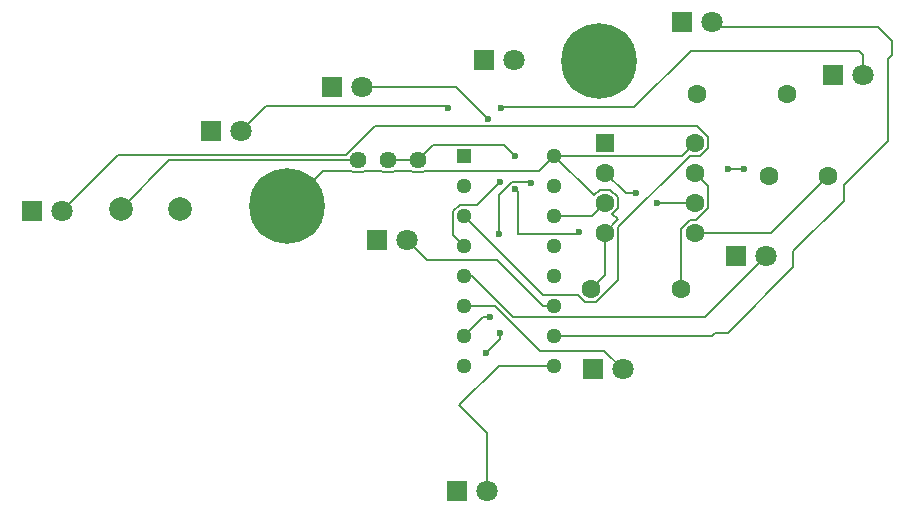
<source format=gbr>
%TF.GenerationSoftware,KiCad,Pcbnew,9.0.6*%
%TF.CreationDate,2025-12-24T22:30:16+00:00*%
%TF.ProjectId,555 Chaser,35353520-4368-4617-9365-722e6b696361,rev?*%
%TF.SameCoordinates,Original*%
%TF.FileFunction,Copper,L1,Top*%
%TF.FilePolarity,Positive*%
%FSLAX46Y46*%
G04 Gerber Fmt 4.6, Leading zero omitted, Abs format (unit mm)*
G04 Created by KiCad (PCBNEW 9.0.6) date 2025-12-24 22:30:16*
%MOMM*%
%LPD*%
G01*
G04 APERTURE LIST*
G04 Aperture macros list*
%AMRoundRect*
0 Rectangle with rounded corners*
0 $1 Rounding radius*
0 $2 $3 $4 $5 $6 $7 $8 $9 X,Y pos of 4 corners*
0 Add a 4 corners polygon primitive as box body*
4,1,4,$2,$3,$4,$5,$6,$7,$8,$9,$2,$3,0*
0 Add four circle primitives for the rounded corners*
1,1,$1+$1,$2,$3*
1,1,$1+$1,$4,$5*
1,1,$1+$1,$6,$7*
1,1,$1+$1,$8,$9*
0 Add four rect primitives between the rounded corners*
20,1,$1+$1,$2,$3,$4,$5,0*
20,1,$1+$1,$4,$5,$6,$7,0*
20,1,$1+$1,$6,$7,$8,$9,0*
20,1,$1+$1,$8,$9,$2,$3,0*%
G04 Aperture macros list end*
%TA.AperFunction,ComponentPad*%
%ADD10C,6.400000*%
%TD*%
%TA.AperFunction,ComponentPad*%
%ADD11R,1.295400X1.295400*%
%TD*%
%TA.AperFunction,ComponentPad*%
%ADD12C,1.295400*%
%TD*%
%TA.AperFunction,ComponentPad*%
%ADD13RoundRect,0.250000X-0.550000X-0.550000X0.550000X-0.550000X0.550000X0.550000X-0.550000X0.550000X0*%
%TD*%
%TA.AperFunction,ComponentPad*%
%ADD14C,1.600000*%
%TD*%
%TA.AperFunction,ComponentPad*%
%ADD15C,1.440000*%
%TD*%
%TA.AperFunction,ComponentPad*%
%ADD16R,1.800000X1.800000*%
%TD*%
%TA.AperFunction,ComponentPad*%
%ADD17C,1.800000*%
%TD*%
%TA.AperFunction,ComponentPad*%
%ADD18C,2.000000*%
%TD*%
%TA.AperFunction,ViaPad*%
%ADD19C,0.600000*%
%TD*%
%TA.AperFunction,Conductor*%
%ADD20C,0.200000*%
%TD*%
G04 APERTURE END LIST*
D10*
%TO.P,H2,1,1*%
%TO.N,GND*%
X97000000Y-46000000D03*
%TD*%
D11*
%TO.P,U2,1,Q5*%
%TO.N,Net-(D6-A)*%
X85590000Y-54010000D03*
D12*
%TO.P,U2,2,Q1*%
%TO.N,Net-(D2-A)*%
X85590000Y-56550000D03*
%TO.P,U2,3,Q0*%
%TO.N,Net-(D1-A)*%
X85590000Y-59090000D03*
%TO.P,U2,4,Q2*%
%TO.N,Net-(D3-A)*%
X85590000Y-61630000D03*
%TO.P,U2,5,Q6*%
%TO.N,Net-(D7-A)*%
X85590000Y-64170000D03*
%TO.P,U2,6,Q7*%
%TO.N,Net-(D8-A)*%
X85590000Y-66710000D03*
%TO.P,U2,7,Q3*%
%TO.N,Net-(D4-A)*%
X85590000Y-69250000D03*
%TO.P,U2,8,VSS*%
%TO.N,GND*%
X85590000Y-71790000D03*
%TO.P,U2,9,Q8*%
%TO.N,Net-(D9-A)*%
X93210000Y-71790000D03*
%TO.P,U2,10,Q4*%
%TO.N,Net-(D5-A)*%
X93210000Y-69250000D03*
%TO.P,U2,11,Q9*%
%TO.N,Net-(D10-A)*%
X93210000Y-66710000D03*
%TO.P,U2,12,Cout*%
%TO.N,unconnected-(U2-Cout-Pad12)*%
X93210000Y-64170000D03*
%TO.P,U2,13,CKEN*%
%TO.N,GND*%
X93210000Y-61630000D03*
%TO.P,U2,14,CLK*%
%TO.N,OUT*%
X93210000Y-59090000D03*
%TO.P,U2,15,Reset*%
%TO.N,GND*%
X93210000Y-56550000D03*
%TO.P,U2,16,VDD*%
%TO.N,+5V*%
X93210000Y-54010000D03*
%TD*%
D13*
%TO.P,U1,1,GND*%
%TO.N,GND*%
X97495000Y-52890000D03*
D14*
%TO.P,U1,2,TR*%
%TO.N,TR*%
X97495000Y-55430000D03*
%TO.P,U1,3,Q*%
%TO.N,OUT*%
X97495000Y-57970000D03*
%TO.P,U1,4,R*%
%TO.N,+5V*%
X97495000Y-60510000D03*
%TO.P,U1,5,CV*%
%TO.N,Net-(U1-CV)*%
X105115000Y-60510000D03*
%TO.P,U1,6,THR*%
%TO.N,TR*%
X105115000Y-57970000D03*
%TO.P,U1,7,DIS*%
%TO.N,Net-(U1-DIS)*%
X105115000Y-55430000D03*
%TO.P,U1,8,VCC*%
%TO.N,+5V*%
X105115000Y-52890000D03*
%TD*%
D15*
%TO.P,RV1,1,1*%
%TO.N,Net-(U1-DIS)*%
X81640000Y-54395000D03*
%TO.P,RV1,2,2*%
X79100000Y-54395000D03*
%TO.P,RV1,3,3*%
%TO.N,TR*%
X76560000Y-54395000D03*
%TD*%
D14*
%TO.P,R2,1*%
%TO.N,+5V*%
X96280000Y-65300000D03*
%TO.P,R2,2*%
%TO.N,Net-(U1-DIS)*%
X103900000Y-65300000D03*
%TD*%
%TO.P,R1,1*%
%TO.N,Net-(D1-K)*%
X105300000Y-48800000D03*
%TO.P,R1,2*%
%TO.N,GND*%
X112920000Y-48800000D03*
%TD*%
D10*
%TO.P,H1,1,1*%
%TO.N,+5V*%
X70600000Y-58300000D03*
%TD*%
D16*
%TO.P,D10,1,K*%
%TO.N,Net-(D1-K)*%
X78160000Y-61100000D03*
D17*
%TO.P,D10,2,A*%
%TO.N,Net-(D10-A)*%
X80700000Y-61100000D03*
%TD*%
D16*
%TO.P,D9,1,K*%
%TO.N,Net-(D1-K)*%
X85000000Y-82400000D03*
D17*
%TO.P,D9,2,A*%
%TO.N,Net-(D9-A)*%
X87540000Y-82400000D03*
%TD*%
D16*
%TO.P,D8,1,K*%
%TO.N,Net-(D1-K)*%
X96460000Y-72100000D03*
D17*
%TO.P,D8,2,A*%
%TO.N,Net-(D8-A)*%
X99000000Y-72100000D03*
%TD*%
D16*
%TO.P,D7,1,K*%
%TO.N,Net-(D1-K)*%
X108560000Y-62500000D03*
D17*
%TO.P,D7,2,A*%
%TO.N,Net-(D7-A)*%
X111100000Y-62500000D03*
%TD*%
D16*
%TO.P,D6,1,K*%
%TO.N,Net-(D1-K)*%
X116825000Y-47200000D03*
D17*
%TO.P,D6,2,A*%
%TO.N,Net-(D6-A)*%
X119365000Y-47200000D03*
%TD*%
D16*
%TO.P,D5,1,K*%
%TO.N,Net-(D1-K)*%
X104025000Y-42700000D03*
D17*
%TO.P,D5,2,A*%
%TO.N,Net-(D5-A)*%
X106565000Y-42700000D03*
%TD*%
D16*
%TO.P,D4,1,K*%
%TO.N,Net-(D1-K)*%
X87300000Y-45900000D03*
D17*
%TO.P,D4,2,A*%
%TO.N,Net-(D4-A)*%
X89840000Y-45900000D03*
%TD*%
D16*
%TO.P,D3,1,K*%
%TO.N,Net-(D1-K)*%
X74360000Y-48200000D03*
D17*
%TO.P,D3,2,A*%
%TO.N,Net-(D3-A)*%
X76900000Y-48200000D03*
%TD*%
D16*
%TO.P,D2,1,K*%
%TO.N,Net-(D1-K)*%
X64160000Y-51900000D03*
D17*
%TO.P,D2,2,A*%
%TO.N,Net-(D2-A)*%
X66700000Y-51900000D03*
%TD*%
D16*
%TO.P,D1,1,K*%
%TO.N,Net-(D1-K)*%
X49025000Y-58700000D03*
D17*
%TO.P,D1,2,A*%
%TO.N,Net-(D1-A)*%
X51565000Y-58700000D03*
%TD*%
D18*
%TO.P,C2,1*%
%TO.N,TR*%
X56500000Y-58500000D03*
%TO.P,C2,2*%
%TO.N,GND*%
X61500000Y-58500000D03*
%TD*%
D14*
%TO.P,C1,1*%
%TO.N,GND*%
X111400000Y-55700000D03*
%TO.P,C1,2*%
%TO.N,Net-(U1-CV)*%
X116400000Y-55700000D03*
%TD*%
D19*
%TO.N,Net-(D4-A)*%
X87800000Y-67700000D03*
X88500000Y-60600000D03*
X91200000Y-56300000D03*
%TO.N,Net-(D2-A)*%
X84200000Y-50000000D03*
%TO.N,Net-(D6-A)*%
X88700000Y-50000000D03*
%TO.N,Net-(U1-DIS)*%
X89900000Y-54000000D03*
X89900000Y-56800000D03*
X95300000Y-60500000D03*
%TO.N,Net-(D3-A)*%
X88600000Y-56200000D03*
X87600000Y-50900000D03*
%TO.N,TR*%
X101900000Y-58000000D03*
X100100000Y-57200000D03*
%TO.N,GND*%
X107900000Y-55100000D03*
X109300000Y-55100000D03*
X88600000Y-69000000D03*
X87400000Y-70700000D03*
%TD*%
D20*
%TO.N,Net-(D9-A)*%
X88490000Y-71790000D02*
X93210000Y-71790000D01*
X85180000Y-75100000D02*
X88490000Y-71790000D01*
X87540000Y-77460000D02*
X87540000Y-82400000D01*
X85180000Y-75100000D02*
X87540000Y-77460000D01*
%TO.N,Net-(D6-A)*%
X88800000Y-49900000D02*
X88700000Y-50000000D01*
X100000000Y-49900000D02*
X88800000Y-49900000D01*
X104800000Y-45100000D02*
X100000000Y-49900000D01*
X119000000Y-45100000D02*
X104800000Y-45100000D01*
X119365000Y-45465000D02*
X119000000Y-45100000D01*
X119365000Y-47200000D02*
X119365000Y-45465000D01*
%TO.N,Net-(D5-A)*%
X106550000Y-69250000D02*
X93210000Y-69250000D01*
X106800000Y-69000000D02*
X106550000Y-69250000D01*
X107878526Y-69000000D02*
X106800000Y-69000000D01*
X113452969Y-63425557D02*
X107878526Y-69000000D01*
X113452969Y-62047031D02*
X113452969Y-63425557D01*
X117700000Y-57800000D02*
X113452969Y-62047031D01*
X117700000Y-56500000D02*
X117700000Y-57800000D01*
X121443658Y-52756342D02*
X117700000Y-56500000D01*
X121443658Y-45856342D02*
X121443658Y-52756342D01*
X121800000Y-45500000D02*
X121443658Y-45856342D01*
X121800000Y-44300000D02*
X121800000Y-45500000D01*
X120600000Y-43100000D02*
X121800000Y-44300000D01*
X106965000Y-43100000D02*
X120600000Y-43100000D01*
X106565000Y-42700000D02*
X106965000Y-43100000D01*
%TO.N,Net-(D4-A)*%
X85590000Y-69250000D02*
X87140000Y-67700000D01*
X87140000Y-67700000D02*
X87800000Y-67700000D01*
X88500000Y-57350057D02*
X88500000Y-60600000D01*
X89651057Y-56199000D02*
X88500000Y-57350057D01*
X91099000Y-56199000D02*
X89651057Y-56199000D01*
X91200000Y-56300000D02*
X91099000Y-56199000D01*
%TO.N,Net-(D2-A)*%
X84000000Y-49800000D02*
X84200000Y-50000000D01*
X68800000Y-49800000D02*
X84000000Y-49800000D01*
X66700000Y-51900000D02*
X68800000Y-49800000D01*
%TO.N,OUT*%
X96375000Y-59090000D02*
X97495000Y-57970000D01*
X93210000Y-59090000D02*
X96375000Y-59090000D01*
%TO.N,+5V*%
X98111025Y-58911025D02*
X98602500Y-59402500D01*
X98600000Y-58422050D02*
X98111025Y-58911025D01*
X97951050Y-56869000D02*
X98600000Y-57517950D01*
X98600000Y-57517950D02*
X98600000Y-58422050D01*
X98602500Y-59402500D02*
X97495000Y-60510000D01*
X97038950Y-56869000D02*
X97951050Y-56869000D01*
X96553975Y-57353975D02*
X97038950Y-56869000D01*
X93210000Y-54010000D02*
X96553975Y-57353975D01*
%TO.N,Net-(U1-DIS)*%
X82973700Y-53061300D02*
X81640000Y-54395000D01*
X89900000Y-54000000D02*
X88961300Y-53061300D01*
X88961300Y-53061300D02*
X82973700Y-53061300D01*
X90100000Y-57000000D02*
X89900000Y-56800000D01*
X90100000Y-60600000D02*
X90100000Y-57000000D01*
X95200000Y-60600000D02*
X90100000Y-60600000D01*
X95300000Y-60500000D02*
X95200000Y-60600000D01*
X105115000Y-55430000D02*
X105192500Y-55507500D01*
%TO.N,Net-(D1-A)*%
X92256050Y-65756050D02*
X85590000Y-59090000D01*
X95179000Y-65756050D02*
X92256050Y-65756050D01*
X95823950Y-66401000D02*
X95179000Y-65756050D01*
X96736050Y-66401000D02*
X95823950Y-66401000D01*
X98596000Y-64541050D02*
X96736050Y-66401000D01*
X98596000Y-60053950D02*
X98596000Y-64541050D01*
X104658950Y-53991000D02*
X98596000Y-60053950D01*
X106216000Y-52433950D02*
X106216000Y-53346050D01*
X105282050Y-51500000D02*
X106216000Y-52433950D01*
X78011087Y-51500000D02*
X105282050Y-51500000D01*
X106216000Y-53346050D02*
X105571050Y-53991000D01*
X56292913Y-53972087D02*
X75539000Y-53972087D01*
X51565000Y-58700000D02*
X56292913Y-53972087D01*
X75539000Y-53972087D02*
X78011087Y-51500000D01*
X105571050Y-53991000D02*
X104658950Y-53991000D01*
%TO.N,Net-(U1-DIS)*%
X79100000Y-54395000D02*
X81640000Y-54395000D01*
%TO.N,Net-(D3-A)*%
X86658700Y-58141300D02*
X88600000Y-56200000D01*
X85197035Y-58141300D02*
X86658700Y-58141300D01*
X84641300Y-58697035D02*
X85197035Y-58141300D01*
%TO.N,+5V*%
X73600000Y-55300000D02*
X70600000Y-58300000D01*
X76021087Y-55300000D02*
X73600000Y-55300000D01*
X76137087Y-55416000D02*
X76021087Y-55300000D01*
X76982913Y-55416000D02*
X76137087Y-55416000D01*
X77098913Y-55300000D02*
X76982913Y-55416000D01*
X78561087Y-55300000D02*
X77098913Y-55300000D01*
X78677087Y-55416000D02*
X78561087Y-55300000D01*
X79638913Y-55300000D02*
X79522913Y-55416000D01*
X81217087Y-55416000D02*
X81101087Y-55300000D01*
X82062913Y-55416000D02*
X81217087Y-55416000D01*
X82178913Y-55300000D02*
X82062913Y-55416000D01*
X81101087Y-55300000D02*
X79638913Y-55300000D01*
X91920000Y-55300000D02*
X82178913Y-55300000D01*
X79522913Y-55416000D02*
X78677087Y-55416000D01*
X93210000Y-54010000D02*
X91920000Y-55300000D01*
%TO.N,Net-(D3-A)*%
X84641300Y-60681300D02*
X84641300Y-58697035D01*
X85590000Y-61630000D02*
X84641300Y-60681300D01*
X84900000Y-48200000D02*
X87600000Y-50900000D01*
X76900000Y-48200000D02*
X84900000Y-48200000D01*
%TO.N,Net-(U1-DIS)*%
X104658950Y-59409000D02*
X103900000Y-60167950D01*
X105233050Y-59409000D02*
X104658950Y-59409000D01*
X106216000Y-58426050D02*
X105233050Y-59409000D01*
X103900000Y-60167950D02*
X103900000Y-65300000D01*
X106216000Y-56531000D02*
X106216000Y-58426050D01*
X105115000Y-55430000D02*
X106216000Y-56531000D01*
%TO.N,TR*%
X99265000Y-57200000D02*
X100100000Y-57200000D01*
X97495000Y-55430000D02*
X99265000Y-57200000D01*
X101930000Y-57970000D02*
X101900000Y-58000000D01*
X105115000Y-57970000D02*
X101930000Y-57970000D01*
%TO.N,Net-(D7-A)*%
X86237100Y-64170000D02*
X85590000Y-64170000D01*
X89725800Y-67658700D02*
X86237100Y-64170000D01*
X105941300Y-67658700D02*
X89725800Y-67658700D01*
X111100000Y-62500000D02*
X105941300Y-67658700D01*
%TO.N,Net-(U1-CV)*%
X111590000Y-60510000D02*
X105115000Y-60510000D01*
X116400000Y-55700000D02*
X111590000Y-60510000D01*
%TO.N,Net-(D8-A)*%
X92000000Y-70500000D02*
X88210000Y-66710000D01*
X88210000Y-66710000D02*
X85590000Y-66710000D01*
X97400000Y-70500000D02*
X92000000Y-70500000D01*
X99000000Y-72100000D02*
X97400000Y-70500000D01*
%TO.N,Net-(D10-A)*%
X82400000Y-62800000D02*
X80700000Y-61100000D01*
X88384014Y-62800000D02*
X82400000Y-62800000D01*
X92294014Y-66710000D02*
X88384014Y-62800000D01*
X93210000Y-66710000D02*
X92294014Y-66710000D01*
%TO.N,TR*%
X60605000Y-54395000D02*
X76560000Y-54395000D01*
X56500000Y-58500000D02*
X60605000Y-54395000D01*
%TO.N,+5V*%
X103995000Y-54010000D02*
X93210000Y-54010000D01*
X105115000Y-52890000D02*
X103995000Y-54010000D01*
X97495000Y-60510000D02*
X97495000Y-64085000D01*
X97495000Y-64085000D02*
X96280000Y-65300000D01*
%TO.N,GND*%
X109300000Y-55100000D02*
X107900000Y-55100000D01*
X88600000Y-69500000D02*
X88600000Y-69000000D01*
X87400000Y-70700000D02*
X88600000Y-69500000D01*
%TD*%
M02*

</source>
